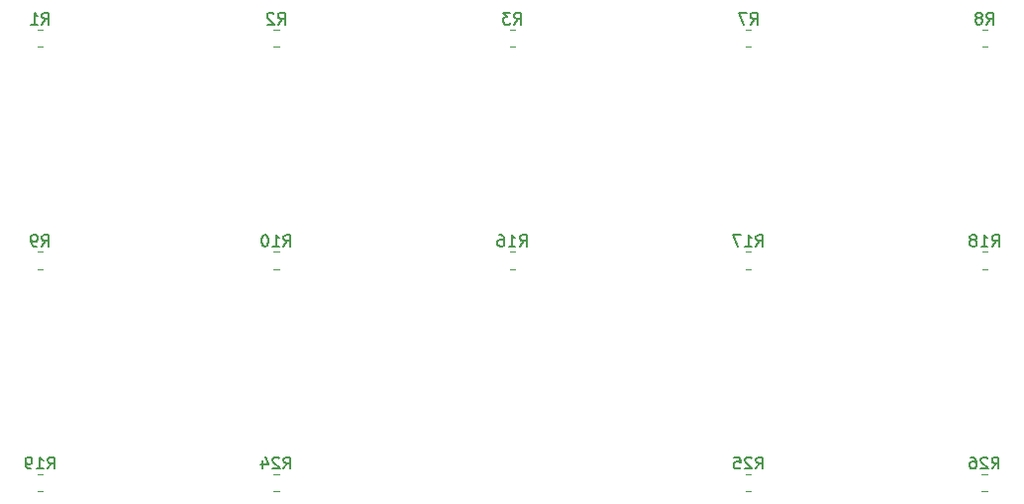
<source format=gbr>
%TF.GenerationSoftware,KiCad,Pcbnew,(5.1.8)-1*%
%TF.CreationDate,2021-11-07T18:09:00-05:00*%
%TF.ProjectId,Control_pad,436f6e74-726f-46c5-9f70-61642e6b6963,rev?*%
%TF.SameCoordinates,Original*%
%TF.FileFunction,Legend,Bot*%
%TF.FilePolarity,Positive*%
%FSLAX46Y46*%
G04 Gerber Fmt 4.6, Leading zero omitted, Abs format (unit mm)*
G04 Created by KiCad (PCBNEW (5.1.8)-1) date 2021-11-07 18:09:00*
%MOMM*%
%LPD*%
G01*
G04 APERTURE LIST*
%ADD10C,0.120000*%
%ADD11C,0.150000*%
G04 APERTURE END LIST*
D10*
%TO.C,R26*%
X192167064Y-119545000D02*
X191712936Y-119545000D01*
X192167064Y-118075000D02*
X191712936Y-118075000D01*
%TO.C,R25*%
X171997064Y-119545000D02*
X171542936Y-119545000D01*
X171997064Y-118075000D02*
X171542936Y-118075000D01*
%TO.C,R24*%
X131617064Y-119545000D02*
X131162936Y-119545000D01*
X131617064Y-118075000D02*
X131162936Y-118075000D01*
%TO.C,R19*%
X111427064Y-119545000D02*
X110972936Y-119545000D01*
X111427064Y-118075000D02*
X110972936Y-118075000D01*
%TO.C,R18*%
X192187064Y-100545000D02*
X191732936Y-100545000D01*
X192187064Y-99075000D02*
X191732936Y-99075000D01*
%TO.C,R17*%
X171997064Y-100545000D02*
X171542936Y-100545000D01*
X171997064Y-99075000D02*
X171542936Y-99075000D01*
%TO.C,R16*%
X151807064Y-100545000D02*
X151352936Y-100545000D01*
X151807064Y-99075000D02*
X151352936Y-99075000D01*
%TO.C,R10*%
X131617064Y-100545000D02*
X131162936Y-100545000D01*
X131617064Y-99075000D02*
X131162936Y-99075000D01*
%TO.C,R9*%
X111417064Y-100545000D02*
X110962936Y-100545000D01*
X111417064Y-99075000D02*
X110962936Y-99075000D01*
%TO.C,R8*%
X192187064Y-81545000D02*
X191732936Y-81545000D01*
X192187064Y-80075000D02*
X191732936Y-80075000D01*
%TO.C,R7*%
X171997064Y-81545000D02*
X171542936Y-81545000D01*
X171997064Y-80075000D02*
X171542936Y-80075000D01*
%TO.C,R3*%
X151807064Y-81545000D02*
X151352936Y-81545000D01*
X151807064Y-80075000D02*
X151352936Y-80075000D01*
%TO.C,R2*%
X131617064Y-81545000D02*
X131162936Y-81545000D01*
X131617064Y-80075000D02*
X131162936Y-80075000D01*
%TO.C,R1*%
X111427064Y-81545000D02*
X110972936Y-81545000D01*
X111427064Y-80075000D02*
X110972936Y-80075000D01*
%TO.C,R26*%
D11*
X192582857Y-117612380D02*
X192916190Y-117136190D01*
X193154285Y-117612380D02*
X193154285Y-116612380D01*
X192773333Y-116612380D01*
X192678095Y-116660000D01*
X192630476Y-116707619D01*
X192582857Y-116802857D01*
X192582857Y-116945714D01*
X192630476Y-117040952D01*
X192678095Y-117088571D01*
X192773333Y-117136190D01*
X193154285Y-117136190D01*
X192201904Y-116707619D02*
X192154285Y-116660000D01*
X192059047Y-116612380D01*
X191820952Y-116612380D01*
X191725714Y-116660000D01*
X191678095Y-116707619D01*
X191630476Y-116802857D01*
X191630476Y-116898095D01*
X191678095Y-117040952D01*
X192249523Y-117612380D01*
X191630476Y-117612380D01*
X190773333Y-116612380D02*
X190963809Y-116612380D01*
X191059047Y-116660000D01*
X191106666Y-116707619D01*
X191201904Y-116850476D01*
X191249523Y-117040952D01*
X191249523Y-117421904D01*
X191201904Y-117517142D01*
X191154285Y-117564761D01*
X191059047Y-117612380D01*
X190868571Y-117612380D01*
X190773333Y-117564761D01*
X190725714Y-117517142D01*
X190678095Y-117421904D01*
X190678095Y-117183809D01*
X190725714Y-117088571D01*
X190773333Y-117040952D01*
X190868571Y-116993333D01*
X191059047Y-116993333D01*
X191154285Y-117040952D01*
X191201904Y-117088571D01*
X191249523Y-117183809D01*
%TO.C,R25*%
X172412857Y-117612380D02*
X172746190Y-117136190D01*
X172984285Y-117612380D02*
X172984285Y-116612380D01*
X172603333Y-116612380D01*
X172508095Y-116660000D01*
X172460476Y-116707619D01*
X172412857Y-116802857D01*
X172412857Y-116945714D01*
X172460476Y-117040952D01*
X172508095Y-117088571D01*
X172603333Y-117136190D01*
X172984285Y-117136190D01*
X172031904Y-116707619D02*
X171984285Y-116660000D01*
X171889047Y-116612380D01*
X171650952Y-116612380D01*
X171555714Y-116660000D01*
X171508095Y-116707619D01*
X171460476Y-116802857D01*
X171460476Y-116898095D01*
X171508095Y-117040952D01*
X172079523Y-117612380D01*
X171460476Y-117612380D01*
X170555714Y-116612380D02*
X171031904Y-116612380D01*
X171079523Y-117088571D01*
X171031904Y-117040952D01*
X170936666Y-116993333D01*
X170698571Y-116993333D01*
X170603333Y-117040952D01*
X170555714Y-117088571D01*
X170508095Y-117183809D01*
X170508095Y-117421904D01*
X170555714Y-117517142D01*
X170603333Y-117564761D01*
X170698571Y-117612380D01*
X170936666Y-117612380D01*
X171031904Y-117564761D01*
X171079523Y-117517142D01*
%TO.C,R24*%
X132032857Y-117612380D02*
X132366190Y-117136190D01*
X132604285Y-117612380D02*
X132604285Y-116612380D01*
X132223333Y-116612380D01*
X132128095Y-116660000D01*
X132080476Y-116707619D01*
X132032857Y-116802857D01*
X132032857Y-116945714D01*
X132080476Y-117040952D01*
X132128095Y-117088571D01*
X132223333Y-117136190D01*
X132604285Y-117136190D01*
X131651904Y-116707619D02*
X131604285Y-116660000D01*
X131509047Y-116612380D01*
X131270952Y-116612380D01*
X131175714Y-116660000D01*
X131128095Y-116707619D01*
X131080476Y-116802857D01*
X131080476Y-116898095D01*
X131128095Y-117040952D01*
X131699523Y-117612380D01*
X131080476Y-117612380D01*
X130223333Y-116945714D02*
X130223333Y-117612380D01*
X130461428Y-116564761D02*
X130699523Y-117279047D01*
X130080476Y-117279047D01*
%TO.C,R19*%
X111842857Y-117612380D02*
X112176190Y-117136190D01*
X112414285Y-117612380D02*
X112414285Y-116612380D01*
X112033333Y-116612380D01*
X111938095Y-116660000D01*
X111890476Y-116707619D01*
X111842857Y-116802857D01*
X111842857Y-116945714D01*
X111890476Y-117040952D01*
X111938095Y-117088571D01*
X112033333Y-117136190D01*
X112414285Y-117136190D01*
X110890476Y-117612380D02*
X111461904Y-117612380D01*
X111176190Y-117612380D02*
X111176190Y-116612380D01*
X111271428Y-116755238D01*
X111366666Y-116850476D01*
X111461904Y-116898095D01*
X110414285Y-117612380D02*
X110223809Y-117612380D01*
X110128571Y-117564761D01*
X110080952Y-117517142D01*
X109985714Y-117374285D01*
X109938095Y-117183809D01*
X109938095Y-116802857D01*
X109985714Y-116707619D01*
X110033333Y-116660000D01*
X110128571Y-116612380D01*
X110319047Y-116612380D01*
X110414285Y-116660000D01*
X110461904Y-116707619D01*
X110509523Y-116802857D01*
X110509523Y-117040952D01*
X110461904Y-117136190D01*
X110414285Y-117183809D01*
X110319047Y-117231428D01*
X110128571Y-117231428D01*
X110033333Y-117183809D01*
X109985714Y-117136190D01*
X109938095Y-117040952D01*
%TO.C,R18*%
X192602857Y-98612380D02*
X192936190Y-98136190D01*
X193174285Y-98612380D02*
X193174285Y-97612380D01*
X192793333Y-97612380D01*
X192698095Y-97660000D01*
X192650476Y-97707619D01*
X192602857Y-97802857D01*
X192602857Y-97945714D01*
X192650476Y-98040952D01*
X192698095Y-98088571D01*
X192793333Y-98136190D01*
X193174285Y-98136190D01*
X191650476Y-98612380D02*
X192221904Y-98612380D01*
X191936190Y-98612380D02*
X191936190Y-97612380D01*
X192031428Y-97755238D01*
X192126666Y-97850476D01*
X192221904Y-97898095D01*
X191079047Y-98040952D02*
X191174285Y-97993333D01*
X191221904Y-97945714D01*
X191269523Y-97850476D01*
X191269523Y-97802857D01*
X191221904Y-97707619D01*
X191174285Y-97660000D01*
X191079047Y-97612380D01*
X190888571Y-97612380D01*
X190793333Y-97660000D01*
X190745714Y-97707619D01*
X190698095Y-97802857D01*
X190698095Y-97850476D01*
X190745714Y-97945714D01*
X190793333Y-97993333D01*
X190888571Y-98040952D01*
X191079047Y-98040952D01*
X191174285Y-98088571D01*
X191221904Y-98136190D01*
X191269523Y-98231428D01*
X191269523Y-98421904D01*
X191221904Y-98517142D01*
X191174285Y-98564761D01*
X191079047Y-98612380D01*
X190888571Y-98612380D01*
X190793333Y-98564761D01*
X190745714Y-98517142D01*
X190698095Y-98421904D01*
X190698095Y-98231428D01*
X190745714Y-98136190D01*
X190793333Y-98088571D01*
X190888571Y-98040952D01*
%TO.C,R17*%
X172412857Y-98612380D02*
X172746190Y-98136190D01*
X172984285Y-98612380D02*
X172984285Y-97612380D01*
X172603333Y-97612380D01*
X172508095Y-97660000D01*
X172460476Y-97707619D01*
X172412857Y-97802857D01*
X172412857Y-97945714D01*
X172460476Y-98040952D01*
X172508095Y-98088571D01*
X172603333Y-98136190D01*
X172984285Y-98136190D01*
X171460476Y-98612380D02*
X172031904Y-98612380D01*
X171746190Y-98612380D02*
X171746190Y-97612380D01*
X171841428Y-97755238D01*
X171936666Y-97850476D01*
X172031904Y-97898095D01*
X171127142Y-97612380D02*
X170460476Y-97612380D01*
X170889047Y-98612380D01*
%TO.C,R16*%
X152222857Y-98612380D02*
X152556190Y-98136190D01*
X152794285Y-98612380D02*
X152794285Y-97612380D01*
X152413333Y-97612380D01*
X152318095Y-97660000D01*
X152270476Y-97707619D01*
X152222857Y-97802857D01*
X152222857Y-97945714D01*
X152270476Y-98040952D01*
X152318095Y-98088571D01*
X152413333Y-98136190D01*
X152794285Y-98136190D01*
X151270476Y-98612380D02*
X151841904Y-98612380D01*
X151556190Y-98612380D02*
X151556190Y-97612380D01*
X151651428Y-97755238D01*
X151746666Y-97850476D01*
X151841904Y-97898095D01*
X150413333Y-97612380D02*
X150603809Y-97612380D01*
X150699047Y-97660000D01*
X150746666Y-97707619D01*
X150841904Y-97850476D01*
X150889523Y-98040952D01*
X150889523Y-98421904D01*
X150841904Y-98517142D01*
X150794285Y-98564761D01*
X150699047Y-98612380D01*
X150508571Y-98612380D01*
X150413333Y-98564761D01*
X150365714Y-98517142D01*
X150318095Y-98421904D01*
X150318095Y-98183809D01*
X150365714Y-98088571D01*
X150413333Y-98040952D01*
X150508571Y-97993333D01*
X150699047Y-97993333D01*
X150794285Y-98040952D01*
X150841904Y-98088571D01*
X150889523Y-98183809D01*
%TO.C,R10*%
X132032857Y-98612380D02*
X132366190Y-98136190D01*
X132604285Y-98612380D02*
X132604285Y-97612380D01*
X132223333Y-97612380D01*
X132128095Y-97660000D01*
X132080476Y-97707619D01*
X132032857Y-97802857D01*
X132032857Y-97945714D01*
X132080476Y-98040952D01*
X132128095Y-98088571D01*
X132223333Y-98136190D01*
X132604285Y-98136190D01*
X131080476Y-98612380D02*
X131651904Y-98612380D01*
X131366190Y-98612380D02*
X131366190Y-97612380D01*
X131461428Y-97755238D01*
X131556666Y-97850476D01*
X131651904Y-97898095D01*
X130461428Y-97612380D02*
X130366190Y-97612380D01*
X130270952Y-97660000D01*
X130223333Y-97707619D01*
X130175714Y-97802857D01*
X130128095Y-97993333D01*
X130128095Y-98231428D01*
X130175714Y-98421904D01*
X130223333Y-98517142D01*
X130270952Y-98564761D01*
X130366190Y-98612380D01*
X130461428Y-98612380D01*
X130556666Y-98564761D01*
X130604285Y-98517142D01*
X130651904Y-98421904D01*
X130699523Y-98231428D01*
X130699523Y-97993333D01*
X130651904Y-97802857D01*
X130604285Y-97707619D01*
X130556666Y-97660000D01*
X130461428Y-97612380D01*
%TO.C,R9*%
X111356666Y-98612380D02*
X111690000Y-98136190D01*
X111928095Y-98612380D02*
X111928095Y-97612380D01*
X111547142Y-97612380D01*
X111451904Y-97660000D01*
X111404285Y-97707619D01*
X111356666Y-97802857D01*
X111356666Y-97945714D01*
X111404285Y-98040952D01*
X111451904Y-98088571D01*
X111547142Y-98136190D01*
X111928095Y-98136190D01*
X110880476Y-98612380D02*
X110690000Y-98612380D01*
X110594761Y-98564761D01*
X110547142Y-98517142D01*
X110451904Y-98374285D01*
X110404285Y-98183809D01*
X110404285Y-97802857D01*
X110451904Y-97707619D01*
X110499523Y-97660000D01*
X110594761Y-97612380D01*
X110785238Y-97612380D01*
X110880476Y-97660000D01*
X110928095Y-97707619D01*
X110975714Y-97802857D01*
X110975714Y-98040952D01*
X110928095Y-98136190D01*
X110880476Y-98183809D01*
X110785238Y-98231428D01*
X110594761Y-98231428D01*
X110499523Y-98183809D01*
X110451904Y-98136190D01*
X110404285Y-98040952D01*
%TO.C,R8*%
X192126666Y-79612380D02*
X192460000Y-79136190D01*
X192698095Y-79612380D02*
X192698095Y-78612380D01*
X192317142Y-78612380D01*
X192221904Y-78660000D01*
X192174285Y-78707619D01*
X192126666Y-78802857D01*
X192126666Y-78945714D01*
X192174285Y-79040952D01*
X192221904Y-79088571D01*
X192317142Y-79136190D01*
X192698095Y-79136190D01*
X191555238Y-79040952D02*
X191650476Y-78993333D01*
X191698095Y-78945714D01*
X191745714Y-78850476D01*
X191745714Y-78802857D01*
X191698095Y-78707619D01*
X191650476Y-78660000D01*
X191555238Y-78612380D01*
X191364761Y-78612380D01*
X191269523Y-78660000D01*
X191221904Y-78707619D01*
X191174285Y-78802857D01*
X191174285Y-78850476D01*
X191221904Y-78945714D01*
X191269523Y-78993333D01*
X191364761Y-79040952D01*
X191555238Y-79040952D01*
X191650476Y-79088571D01*
X191698095Y-79136190D01*
X191745714Y-79231428D01*
X191745714Y-79421904D01*
X191698095Y-79517142D01*
X191650476Y-79564761D01*
X191555238Y-79612380D01*
X191364761Y-79612380D01*
X191269523Y-79564761D01*
X191221904Y-79517142D01*
X191174285Y-79421904D01*
X191174285Y-79231428D01*
X191221904Y-79136190D01*
X191269523Y-79088571D01*
X191364761Y-79040952D01*
%TO.C,R7*%
X171936666Y-79612380D02*
X172270000Y-79136190D01*
X172508095Y-79612380D02*
X172508095Y-78612380D01*
X172127142Y-78612380D01*
X172031904Y-78660000D01*
X171984285Y-78707619D01*
X171936666Y-78802857D01*
X171936666Y-78945714D01*
X171984285Y-79040952D01*
X172031904Y-79088571D01*
X172127142Y-79136190D01*
X172508095Y-79136190D01*
X171603333Y-78612380D02*
X170936666Y-78612380D01*
X171365238Y-79612380D01*
%TO.C,R3*%
X151746666Y-79612380D02*
X152080000Y-79136190D01*
X152318095Y-79612380D02*
X152318095Y-78612380D01*
X151937142Y-78612380D01*
X151841904Y-78660000D01*
X151794285Y-78707619D01*
X151746666Y-78802857D01*
X151746666Y-78945714D01*
X151794285Y-79040952D01*
X151841904Y-79088571D01*
X151937142Y-79136190D01*
X152318095Y-79136190D01*
X151413333Y-78612380D02*
X150794285Y-78612380D01*
X151127619Y-78993333D01*
X150984761Y-78993333D01*
X150889523Y-79040952D01*
X150841904Y-79088571D01*
X150794285Y-79183809D01*
X150794285Y-79421904D01*
X150841904Y-79517142D01*
X150889523Y-79564761D01*
X150984761Y-79612380D01*
X151270476Y-79612380D01*
X151365714Y-79564761D01*
X151413333Y-79517142D01*
%TO.C,R2*%
X131556666Y-79612380D02*
X131890000Y-79136190D01*
X132128095Y-79612380D02*
X132128095Y-78612380D01*
X131747142Y-78612380D01*
X131651904Y-78660000D01*
X131604285Y-78707619D01*
X131556666Y-78802857D01*
X131556666Y-78945714D01*
X131604285Y-79040952D01*
X131651904Y-79088571D01*
X131747142Y-79136190D01*
X132128095Y-79136190D01*
X131175714Y-78707619D02*
X131128095Y-78660000D01*
X131032857Y-78612380D01*
X130794761Y-78612380D01*
X130699523Y-78660000D01*
X130651904Y-78707619D01*
X130604285Y-78802857D01*
X130604285Y-78898095D01*
X130651904Y-79040952D01*
X131223333Y-79612380D01*
X130604285Y-79612380D01*
%TO.C,R1*%
X111366666Y-79612380D02*
X111700000Y-79136190D01*
X111938095Y-79612380D02*
X111938095Y-78612380D01*
X111557142Y-78612380D01*
X111461904Y-78660000D01*
X111414285Y-78707619D01*
X111366666Y-78802857D01*
X111366666Y-78945714D01*
X111414285Y-79040952D01*
X111461904Y-79088571D01*
X111557142Y-79136190D01*
X111938095Y-79136190D01*
X110414285Y-79612380D02*
X110985714Y-79612380D01*
X110700000Y-79612380D02*
X110700000Y-78612380D01*
X110795238Y-78755238D01*
X110890476Y-78850476D01*
X110985714Y-78898095D01*
%TD*%
M02*

</source>
